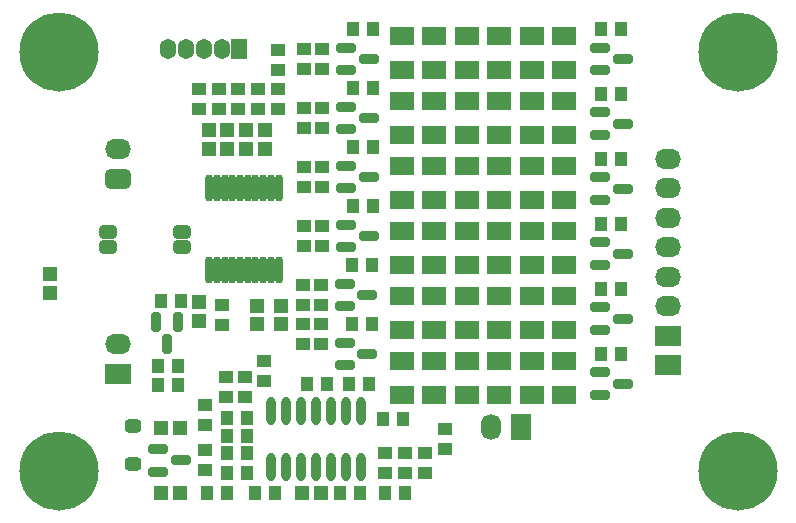
<source format=gts>
G04*
G04 #@! TF.GenerationSoftware,Altium Limited,Altium Designer,20.0.13 (296)*
G04*
G04 Layer_Color=8388736*
%FSLAX43Y43*%
%MOMM*%
G71*
G01*
G75*
%ADD26O,0.653X2.303*%
%ADD27O,0.803X2.403*%
%ADD28R,1.103X1.203*%
G04:AMPARAMS|DCode=29|XSize=0.803mm|YSize=1.703mm|CornerRadius=0.252mm|HoleSize=0mm|Usage=FLASHONLY|Rotation=90.000|XOffset=0mm|YOffset=0mm|HoleType=Round|Shape=RoundedRectangle|*
%AMROUNDEDRECTD29*
21,1,0.803,1.200,0,0,90.0*
21,1,0.300,1.703,0,0,90.0*
1,1,0.503,0.600,0.150*
1,1,0.503,0.600,-0.150*
1,1,0.503,-0.600,-0.150*
1,1,0.503,-0.600,0.150*
%
%ADD29ROUNDEDRECTD29*%
G04:AMPARAMS|DCode=30|XSize=0.803mm|YSize=1.703mm|CornerRadius=0.252mm|HoleSize=0mm|Usage=FLASHONLY|Rotation=0.000|XOffset=0mm|YOffset=0mm|HoleType=Round|Shape=RoundedRectangle|*
%AMROUNDEDRECTD30*
21,1,0.803,1.200,0,0,0.0*
21,1,0.300,1.703,0,0,0.0*
1,1,0.503,0.150,-0.600*
1,1,0.503,-0.150,-0.600*
1,1,0.503,-0.150,0.600*
1,1,0.503,0.150,0.600*
%
%ADD30ROUNDEDRECTD30*%
%ADD31R,1.203X1.103*%
%ADD32R,1.203X1.203*%
%ADD33R,2.003X1.503*%
G04:AMPARAMS|DCode=34|XSize=1.103mm|YSize=1.503mm|CornerRadius=0.282mm|HoleSize=0mm|Usage=FLASHONLY|Rotation=90.000|XOffset=0mm|YOffset=0mm|HoleType=Round|Shape=RoundedRectangle|*
%AMROUNDEDRECTD34*
21,1,1.103,0.940,0,0,90.0*
21,1,0.540,1.503,0,0,90.0*
1,1,0.563,0.470,0.270*
1,1,0.563,0.470,-0.270*
1,1,0.563,-0.470,-0.270*
1,1,0.563,-0.470,0.270*
%
%ADD34ROUNDEDRECTD34*%
G04:AMPARAMS|DCode=35|XSize=1.422mm|YSize=1.118mm|CornerRadius=0.284mm|HoleSize=0mm|Usage=FLASHONLY|Rotation=0.000|XOffset=0mm|YOffset=0mm|HoleType=Round|Shape=RoundedRectangle|*
%AMROUNDEDRECTD35*
21,1,1.422,0.549,0,0,0.0*
21,1,0.853,1.118,0,0,0.0*
1,1,0.569,0.427,-0.274*
1,1,0.569,-0.427,-0.274*
1,1,0.569,-0.427,0.274*
1,1,0.569,0.427,0.274*
%
%ADD35ROUNDEDRECTD35*%
%ADD36R,1.203X1.203*%
%ADD37R,1.703X2.203*%
%ADD38O,1.703X2.203*%
%ADD39R,2.203X1.703*%
%ADD40O,2.203X1.703*%
G04:AMPARAMS|DCode=41|XSize=1.703mm|YSize=2.203mm|CornerRadius=0.477mm|HoleSize=0mm|Usage=FLASHONLY|Rotation=90.000|XOffset=0mm|YOffset=0mm|HoleType=Round|Shape=RoundedRectangle|*
%AMROUNDEDRECTD41*
21,1,1.703,1.250,0,0,90.0*
21,1,0.750,2.203,0,0,90.0*
1,1,0.953,0.625,0.375*
1,1,0.953,0.625,-0.375*
1,1,0.953,-0.625,-0.375*
1,1,0.953,-0.625,0.375*
%
%ADD41ROUNDEDRECTD41*%
%ADD42O,1.353X1.703*%
%ADD43R,1.353X1.703*%
%ADD44C,6.703*%
D26*
X114775Y120550D02*
D03*
X115425D02*
D03*
X116075D02*
D03*
X116725D02*
D03*
X117375D02*
D03*
X118025D02*
D03*
X118675D02*
D03*
X119325D02*
D03*
X119975D02*
D03*
X120625D02*
D03*
X114775Y127450D02*
D03*
X115425D02*
D03*
X116075D02*
D03*
X116725D02*
D03*
X117375D02*
D03*
X118025D02*
D03*
X118675D02*
D03*
X119325D02*
D03*
X119975D02*
D03*
X120625D02*
D03*
D27*
X119990Y103800D02*
D03*
X121260D02*
D03*
X122530D02*
D03*
X123800D02*
D03*
X125070D02*
D03*
X126340D02*
D03*
X127610D02*
D03*
X119990Y108600D02*
D03*
X121260D02*
D03*
X122530D02*
D03*
X123800D02*
D03*
X125070D02*
D03*
X126340D02*
D03*
X127610D02*
D03*
D28*
X110450Y112400D02*
D03*
X112150D02*
D03*
X125850Y101600D02*
D03*
X127550D02*
D03*
X147950Y113400D02*
D03*
X149650D02*
D03*
X128550Y115900D02*
D03*
X126850D02*
D03*
X131350Y101600D02*
D03*
X129650D02*
D03*
X110450Y110800D02*
D03*
X112150D02*
D03*
X116250Y106500D02*
D03*
X117950D02*
D03*
X147950Y118900D02*
D03*
X149650D02*
D03*
X129450Y107900D02*
D03*
X131150D02*
D03*
X128550Y120900D02*
D03*
X126850D02*
D03*
X110650Y117900D02*
D03*
X112350D02*
D03*
X123000Y110900D02*
D03*
X124700D02*
D03*
X126550D02*
D03*
X128250D02*
D03*
X147950Y124400D02*
D03*
X149650D02*
D03*
X128650Y125900D02*
D03*
X126950D02*
D03*
X118650Y101600D02*
D03*
X120350D02*
D03*
X114550D02*
D03*
X116250D02*
D03*
Y105000D02*
D03*
X117950D02*
D03*
X117950Y103300D02*
D03*
X116250D02*
D03*
X147950Y129900D02*
D03*
X149650D02*
D03*
X128650Y130900D02*
D03*
X126950D02*
D03*
X116250Y108000D02*
D03*
X117950D02*
D03*
X147950Y135400D02*
D03*
X149650D02*
D03*
X128650Y135900D02*
D03*
X126950D02*
D03*
X147950Y140900D02*
D03*
X149650D02*
D03*
X128650D02*
D03*
X126950D02*
D03*
D29*
X128250Y138400D02*
D03*
X126350Y137450D02*
D03*
Y139350D02*
D03*
X128250Y133400D02*
D03*
X126350Y132450D02*
D03*
Y134350D02*
D03*
X128250Y128400D02*
D03*
X126350Y127450D02*
D03*
Y129350D02*
D03*
X128250Y123400D02*
D03*
X126350Y122450D02*
D03*
Y124350D02*
D03*
X128150Y118400D02*
D03*
X126250Y117450D02*
D03*
Y119350D02*
D03*
X128150Y113400D02*
D03*
X126250Y112450D02*
D03*
Y114350D02*
D03*
X149750Y110900D02*
D03*
X147850Y109950D02*
D03*
Y111850D02*
D03*
X149750Y116400D02*
D03*
X147850Y115450D02*
D03*
Y117350D02*
D03*
X149750Y121900D02*
D03*
X147850Y120950D02*
D03*
Y122850D02*
D03*
X112350Y104400D02*
D03*
X110450Y103450D02*
D03*
Y105350D02*
D03*
X149750Y127400D02*
D03*
X147850Y126450D02*
D03*
Y128350D02*
D03*
X149750Y132900D02*
D03*
X147850Y131950D02*
D03*
Y133850D02*
D03*
X149750Y138400D02*
D03*
X147850Y137450D02*
D03*
Y139350D02*
D03*
D30*
X111200Y114250D02*
D03*
X110250Y116150D02*
D03*
X112150D02*
D03*
D31*
X131300Y103350D02*
D03*
Y105050D02*
D03*
X122700Y114250D02*
D03*
Y115950D02*
D03*
X129600Y103350D02*
D03*
Y105050D02*
D03*
X124200Y115950D02*
D03*
Y114250D02*
D03*
X133000Y103350D02*
D03*
Y105050D02*
D03*
X122700Y119250D02*
D03*
Y117550D02*
D03*
X124200Y117550D02*
D03*
Y119250D02*
D03*
X114400Y103550D02*
D03*
Y105250D02*
D03*
X122800Y124250D02*
D03*
Y122550D02*
D03*
X115800Y115850D02*
D03*
Y117550D02*
D03*
X124300Y122550D02*
D03*
Y124250D02*
D03*
X122800Y129250D02*
D03*
Y127550D02*
D03*
X114400Y107350D02*
D03*
Y109050D02*
D03*
X116200Y109750D02*
D03*
Y111450D02*
D03*
X124300Y127550D02*
D03*
Y129250D02*
D03*
X113900Y135850D02*
D03*
Y134150D02*
D03*
X119400Y112850D02*
D03*
Y111150D02*
D03*
X117800Y111450D02*
D03*
Y109750D02*
D03*
X122800Y134250D02*
D03*
Y132550D02*
D03*
X124300Y132550D02*
D03*
Y134250D02*
D03*
X115600Y134150D02*
D03*
Y135850D02*
D03*
X117200Y135850D02*
D03*
Y134150D02*
D03*
X120600Y137450D02*
D03*
Y139150D02*
D03*
X122800Y139250D02*
D03*
Y137550D02*
D03*
X118900Y134150D02*
D03*
Y135850D02*
D03*
X120600Y134150D02*
D03*
Y135850D02*
D03*
X124300Y137550D02*
D03*
Y139250D02*
D03*
X134700Y105350D02*
D03*
Y107050D02*
D03*
D32*
X114700Y132400D02*
D03*
Y130800D02*
D03*
X116300Y132400D02*
D03*
Y130800D02*
D03*
X118800Y115900D02*
D03*
Y117500D02*
D03*
X101300Y120200D02*
D03*
Y118600D02*
D03*
X120800Y115900D02*
D03*
Y117500D02*
D03*
X113900Y116200D02*
D03*
Y117800D02*
D03*
X117900Y132400D02*
D03*
Y130800D02*
D03*
X119500Y132400D02*
D03*
Y130800D02*
D03*
D33*
X139300Y109950D02*
D03*
Y112850D02*
D03*
X142050Y109950D02*
D03*
Y112850D02*
D03*
X144800Y109950D02*
D03*
Y112850D02*
D03*
X131050Y109950D02*
D03*
Y112850D02*
D03*
X133800Y109950D02*
D03*
Y112850D02*
D03*
X136550Y109950D02*
D03*
Y112850D02*
D03*
X144800Y115450D02*
D03*
Y118350D02*
D03*
X142050Y115450D02*
D03*
Y118350D02*
D03*
X139300Y115450D02*
D03*
Y118350D02*
D03*
X136550Y115450D02*
D03*
Y118350D02*
D03*
X133800Y115450D02*
D03*
Y118350D02*
D03*
X131050Y115450D02*
D03*
Y118350D02*
D03*
X144800Y120950D02*
D03*
Y123850D02*
D03*
X142050Y120950D02*
D03*
Y123850D02*
D03*
X139300Y120950D02*
D03*
Y123850D02*
D03*
X136550Y120950D02*
D03*
Y123850D02*
D03*
X133800Y120950D02*
D03*
Y123850D02*
D03*
X131050Y120950D02*
D03*
Y123850D02*
D03*
X144800Y126450D02*
D03*
Y129350D02*
D03*
X142050Y126450D02*
D03*
Y129350D02*
D03*
X139300Y126450D02*
D03*
Y129350D02*
D03*
X136550Y126450D02*
D03*
Y129350D02*
D03*
X133800Y126450D02*
D03*
Y129350D02*
D03*
X131050Y126450D02*
D03*
Y129350D02*
D03*
X144800Y131950D02*
D03*
Y134850D02*
D03*
X142050Y131950D02*
D03*
Y134850D02*
D03*
X139300Y131950D02*
D03*
Y134850D02*
D03*
X136550Y131950D02*
D03*
Y134850D02*
D03*
X133800Y131950D02*
D03*
Y134850D02*
D03*
X131050Y131950D02*
D03*
Y134850D02*
D03*
X144800Y137450D02*
D03*
Y140350D02*
D03*
X142050Y137450D02*
D03*
Y140350D02*
D03*
X139300Y137450D02*
D03*
Y140350D02*
D03*
X136550Y137450D02*
D03*
Y140350D02*
D03*
X133800Y137450D02*
D03*
Y140350D02*
D03*
X131050Y137450D02*
D03*
Y140350D02*
D03*
D34*
X106150Y122465D02*
D03*
Y123735D02*
D03*
X112450D02*
D03*
Y122465D02*
D03*
D35*
X108300Y104062D02*
D03*
Y107338D02*
D03*
D36*
X110700Y101600D02*
D03*
X112300D02*
D03*
X110700Y107100D02*
D03*
X112300D02*
D03*
X122600Y101600D02*
D03*
X124200D02*
D03*
D37*
X141150Y107200D02*
D03*
D38*
X138650D02*
D03*
D39*
X153600Y114950D02*
D03*
Y112450D02*
D03*
X107000Y111750D02*
D03*
D40*
X153600Y117450D02*
D03*
Y119950D02*
D03*
Y122450D02*
D03*
Y124950D02*
D03*
Y127450D02*
D03*
Y129950D02*
D03*
X107000Y114250D02*
D03*
Y130750D02*
D03*
D41*
Y128250D02*
D03*
D42*
X111300Y139200D02*
D03*
X112800D02*
D03*
X114300D02*
D03*
X115800D02*
D03*
D43*
X117300D02*
D03*
D44*
X102000Y103500D02*
D03*
X159500D02*
D03*
Y139000D02*
D03*
X102000D02*
D03*
M02*

</source>
